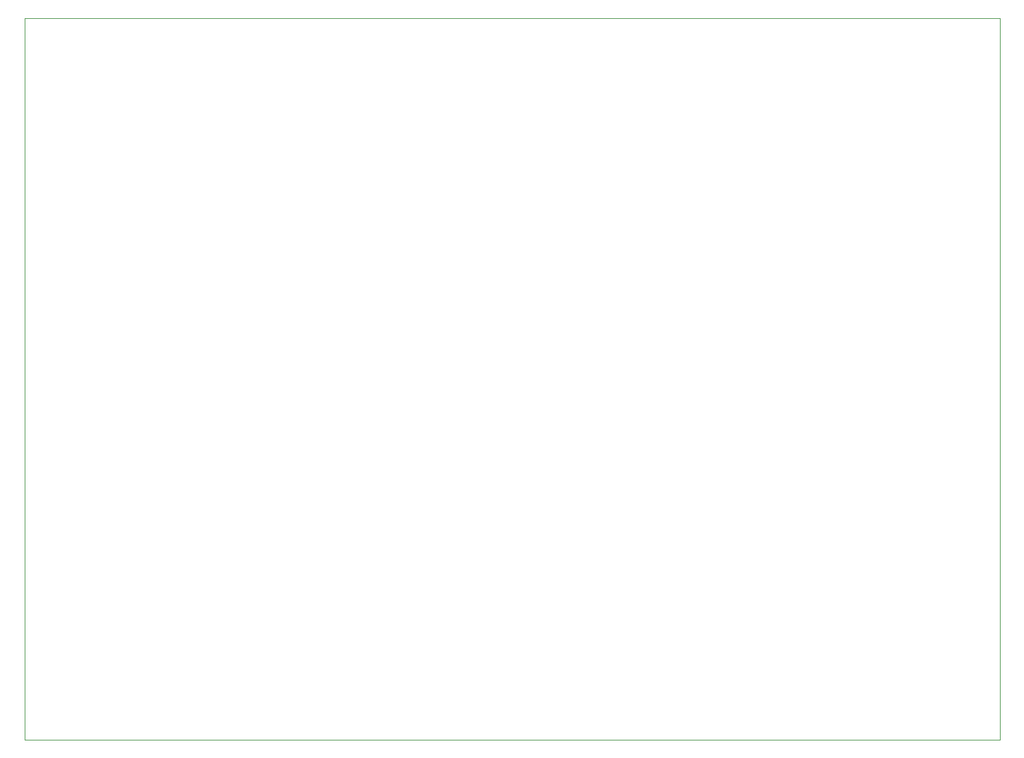
<source format=gbr>
G04 #@! TF.GenerationSoftware,KiCad,Pcbnew,(5.0.0)*
G04 #@! TF.CreationDate,2018-10-08T11:41:11-07:00*
G04 #@! TF.ProjectId,500-1007,3530302D313030372E6B696361645F70,A*
G04 #@! TF.SameCoordinates,Original*
G04 #@! TF.FileFunction,Profile,NP*
%FSLAX46Y46*%
G04 Gerber Fmt 4.6, Leading zero omitted, Abs format (unit mm)*
G04 Created by KiCad (PCBNEW (5.0.0)) date 10/08/18 11:41:11*
%MOMM*%
%LPD*%
G01*
G04 APERTURE LIST*
%ADD10C,0.025400*%
G04 APERTURE END LIST*
D10*
X196850000Y-63500000D02*
X196850000Y-67310000D01*
X69850000Y-39370000D02*
X69850000Y-57150000D01*
X196850000Y-39370000D02*
X69850000Y-39370000D01*
X196850000Y-39370000D02*
X196850000Y-57150000D01*
X196850000Y-60960000D02*
X196850000Y-63500000D01*
X196850000Y-57150000D02*
X196850000Y-60960000D01*
X69850000Y-57150000D02*
X69850000Y-67310000D01*
X196850000Y-133350000D02*
X196850000Y-67310000D01*
X191770000Y-133350000D02*
X196850000Y-133350000D01*
X69850000Y-67310000D02*
X69850000Y-133350000D01*
X69850000Y-133350000D02*
X191770000Y-133350000D01*
M02*

</source>
